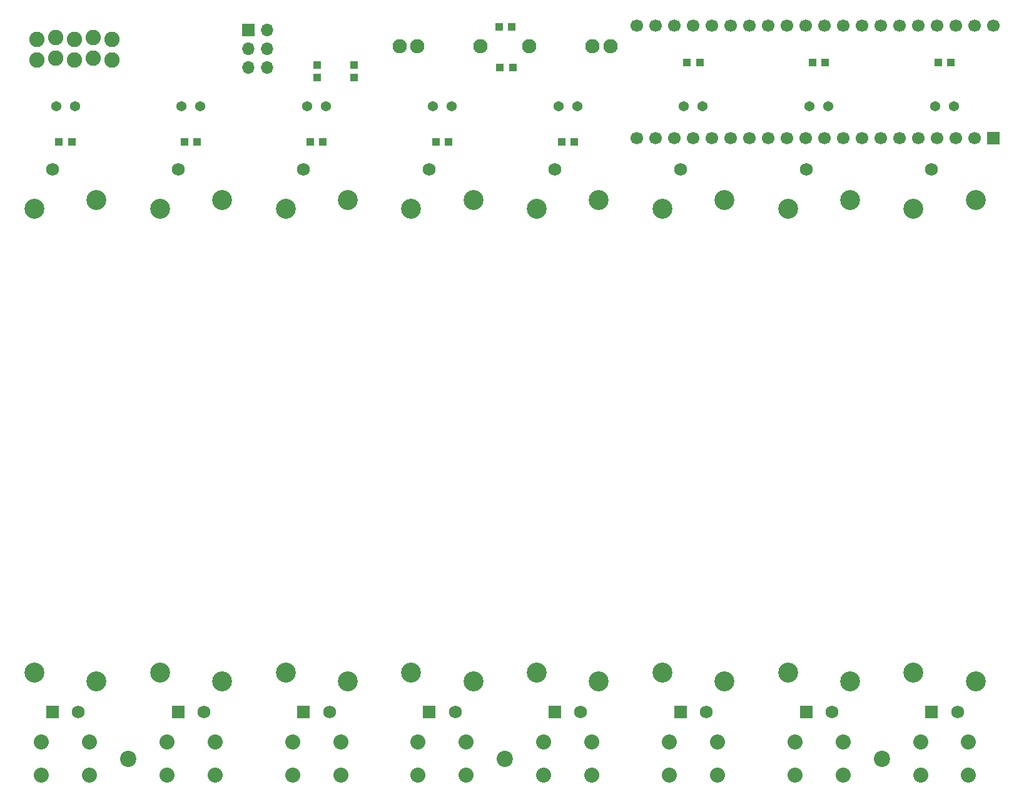
<source format=gts>
G04 #@! TF.GenerationSoftware,KiCad,Pcbnew,7.0.8*
G04 #@! TF.CreationDate,2024-09-22T21:35:00-04:00*
G04 #@! TF.ProjectId,lichen-freddie-board,6c696368-656e-42d6-9672-65646469652d,1.0*
G04 #@! TF.SameCoordinates,Original*
G04 #@! TF.FileFunction,Soldermask,Top*
G04 #@! TF.FilePolarity,Negative*
%FSLAX46Y46*%
G04 Gerber Fmt 4.6, Leading zero omitted, Abs format (unit mm)*
G04 Created by KiCad (PCBNEW 7.0.8) date 2024-09-22 21:35:00*
%MOMM*%
%LPD*%
G01*
G04 APERTURE LIST*
%ADD10R,1.000000X1.000000*%
%ADD11C,2.200000*%
%ADD12R,1.750000X1.750000*%
%ADD13C,1.750000*%
%ADD14C,2.700000*%
%ADD15C,1.371600*%
%ADD16C,2.032000*%
%ADD17R,1.700000X1.700000*%
%ADD18O,1.700000X1.700000*%
%ADD19C,1.930400*%
%ADD20C,1.700000*%
%ADD21C,2.082800*%
G04 APERTURE END LIST*
D10*
X170290000Y-118960000D03*
X171990000Y-118960000D03*
D11*
X170950000Y-212577000D03*
D12*
X177700000Y-206258000D03*
D13*
X181200000Y-206258000D03*
X177700000Y-132758000D03*
D14*
X183650000Y-202108000D03*
X175250000Y-200908000D03*
X175250000Y-138108000D03*
X183650000Y-136908000D03*
D12*
X194700000Y-206258000D03*
D13*
X198200000Y-206258000D03*
X194700000Y-132758000D03*
D14*
X200650000Y-202108000D03*
X192250000Y-200908000D03*
X192250000Y-138108000D03*
X200650000Y-136908000D03*
D15*
X127180000Y-124234000D03*
X129720000Y-124234000D03*
D16*
X159198800Y-210316400D03*
X165701200Y-210316400D03*
X159198800Y-214837600D03*
X165701200Y-214837600D03*
X210198800Y-210316400D03*
X216701200Y-210316400D03*
X210198800Y-214837600D03*
X216701200Y-214837600D03*
D12*
X126700000Y-206258000D03*
D13*
X130200000Y-206258000D03*
X126700000Y-132758000D03*
D14*
X132650000Y-202108000D03*
X124250000Y-200908000D03*
X124250000Y-138108000D03*
X132650000Y-136908000D03*
D12*
X143700000Y-206258000D03*
D13*
X147200000Y-206258000D03*
X143700000Y-132758000D03*
D14*
X149650000Y-202108000D03*
X141250000Y-200908000D03*
X141250000Y-138108000D03*
X149650000Y-136908000D03*
D16*
X108198800Y-210316400D03*
X114701200Y-210316400D03*
X108198800Y-214837600D03*
X114701200Y-214837600D03*
X176198800Y-210316400D03*
X182701200Y-210316400D03*
X176198800Y-214837600D03*
X182701200Y-214837600D03*
D10*
X212600000Y-118267000D03*
X214300000Y-118267000D03*
D12*
X228700000Y-206258000D03*
D13*
X232200000Y-206258000D03*
X228700000Y-132758000D03*
D14*
X234650000Y-202108000D03*
X226250000Y-200908000D03*
X226250000Y-138108000D03*
X234650000Y-136908000D03*
D10*
X178600000Y-129069000D03*
X180300000Y-129069000D03*
D15*
X229180000Y-124234000D03*
X231720000Y-124234000D03*
X195180000Y-124234000D03*
X197720000Y-124234000D03*
D11*
X221950000Y-212577000D03*
D16*
X193198800Y-210316400D03*
X199701200Y-210316400D03*
X193198800Y-214837600D03*
X199701200Y-214837600D03*
X142198800Y-210316400D03*
X148701200Y-210316400D03*
X142198800Y-214837600D03*
X148701200Y-214837600D03*
D12*
X109700000Y-206258000D03*
D13*
X113200000Y-206258000D03*
X109700000Y-132758000D03*
D14*
X115650000Y-202108000D03*
X107250000Y-200908000D03*
X107250000Y-138108000D03*
X115650000Y-136908000D03*
D15*
X110180000Y-124234000D03*
X112720000Y-124234000D03*
X161180000Y-124234000D03*
X163720000Y-124234000D03*
D10*
X195600000Y-118267000D03*
X197300000Y-118267000D03*
X229600000Y-118267000D03*
X231300000Y-118267000D03*
D17*
X136180000Y-113870000D03*
D18*
X138720000Y-113870000D03*
X136180000Y-116410000D03*
X138720000Y-116410000D03*
X136180000Y-118950000D03*
X138720000Y-118950000D03*
D15*
X212180000Y-124234000D03*
X214720000Y-124234000D03*
D19*
X174243000Y-116108000D03*
X185215800Y-116108000D03*
X182802800Y-116108000D03*
D12*
X160700000Y-206258000D03*
D13*
X164200000Y-206258000D03*
X160700000Y-132758000D03*
D14*
X166650000Y-202108000D03*
X158250000Y-200908000D03*
X158250000Y-138108000D03*
X166650000Y-136908000D03*
D10*
X145530000Y-120290000D03*
X145530000Y-118590000D03*
X150510000Y-118590000D03*
X150510000Y-120290000D03*
X163300000Y-129069000D03*
X161600000Y-129069000D03*
X112300000Y-129069000D03*
X110600000Y-129069000D03*
D15*
X144180000Y-124234000D03*
X146720000Y-124234000D03*
D10*
X170130000Y-113470000D03*
X171830000Y-113470000D03*
D12*
X211700000Y-206258000D03*
D13*
X215200000Y-206258000D03*
X211700000Y-132758000D03*
D14*
X217650000Y-202108000D03*
X209250000Y-200908000D03*
X209250000Y-138108000D03*
X217650000Y-136908000D03*
D16*
X227198800Y-210316400D03*
X233701200Y-210316400D03*
X227198800Y-214837600D03*
X233701200Y-214837600D03*
D19*
X167657000Y-116108000D03*
X156684200Y-116108000D03*
X159097200Y-116108000D03*
D10*
X129300000Y-129069000D03*
X127600000Y-129069000D03*
D15*
X178180000Y-124234000D03*
X180720000Y-124234000D03*
D10*
X146300000Y-129069000D03*
X144600000Y-129069000D03*
D16*
X125198800Y-210316400D03*
X131701200Y-210316400D03*
X125198800Y-214837600D03*
X131701200Y-214837600D03*
D11*
X119950000Y-212577000D03*
D17*
X237040000Y-128510000D03*
D20*
X234500000Y-128510000D03*
X231960000Y-128510000D03*
X229420000Y-128510000D03*
X226880000Y-128510000D03*
X224340000Y-128510000D03*
X221800000Y-128510000D03*
X219260000Y-128510000D03*
X216720000Y-128510000D03*
X214180000Y-128510000D03*
X211640000Y-128510000D03*
X209100000Y-128510000D03*
X206560000Y-128510000D03*
X204020000Y-128510000D03*
X201480000Y-128510000D03*
X198940000Y-128510000D03*
X196400000Y-128510000D03*
X193860000Y-128510000D03*
X191320000Y-128510000D03*
X188780000Y-128510000D03*
X188780000Y-113270000D03*
X191320000Y-113270000D03*
X193860000Y-113270000D03*
X196400000Y-113270000D03*
X198940000Y-113270000D03*
X201480000Y-113270000D03*
X204020000Y-113270000D03*
X206560000Y-113270000D03*
X209100000Y-113270000D03*
X211640000Y-113270000D03*
X214180000Y-113270000D03*
X216720000Y-113270000D03*
X219260000Y-113270000D03*
X221800000Y-113270000D03*
X224340000Y-113270000D03*
X226880000Y-113270000D03*
X229420000Y-113270000D03*
X231960000Y-113270000D03*
X234500000Y-113270000D03*
X237040000Y-113270000D03*
D21*
X117770000Y-117930000D03*
X117770000Y-115136000D03*
X115230000Y-117726800D03*
X115230000Y-114932800D03*
X112690000Y-117930000D03*
X112690000Y-115136000D03*
X110150000Y-117726800D03*
X110150000Y-114932800D03*
X107610000Y-117930000D03*
X107610000Y-115136000D03*
M02*

</source>
